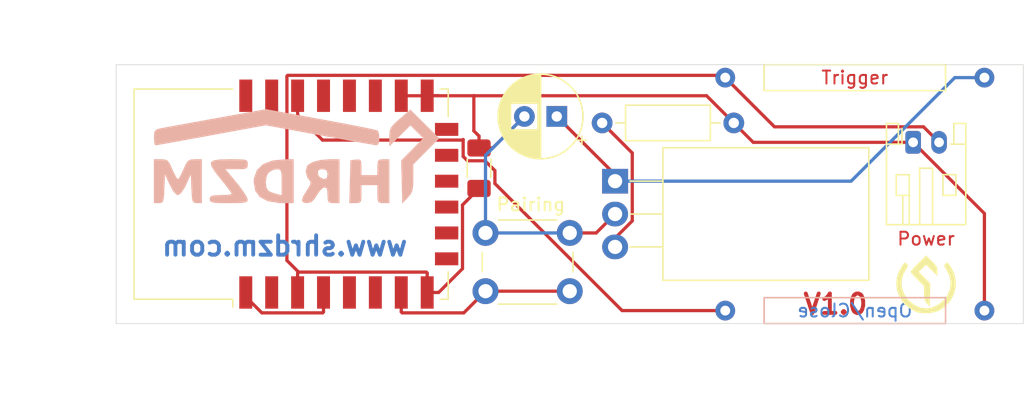
<source format=kicad_pcb>
(kicad_pcb (version 20171130) (host pcbnew "(5.1.9)-1")

  (general
    (thickness 1.6)
    (drawings 9)
    (tracks 69)
    (zones 0)
    (modules 11)
    (nets 22)
  )

  (page A4)
  (layers
    (0 F.Cu signal)
    (31 B.Cu signal)
    (32 B.Adhes user)
    (33 F.Adhes user)
    (34 B.Paste user)
    (35 F.Paste user)
    (36 B.SilkS user)
    (37 F.SilkS user)
    (38 B.Mask user)
    (39 F.Mask user)
    (40 Dwgs.User user)
    (41 Cmts.User user)
    (42 Eco1.User user)
    (43 Eco2.User user)
    (44 Edge.Cuts user)
    (45 Margin user)
    (46 B.CrtYd user)
    (47 F.CrtYd user)
    (48 B.Fab user)
    (49 F.Fab user)
  )

  (setup
    (last_trace_width 0.25)
    (trace_clearance 0.2)
    (zone_clearance 0.508)
    (zone_45_only no)
    (trace_min 0.2)
    (via_size 0.8)
    (via_drill 0.4)
    (via_min_size 0.4)
    (via_min_drill 0.3)
    (uvia_size 0.3)
    (uvia_drill 0.1)
    (uvias_allowed no)
    (uvia_min_size 0.2)
    (uvia_min_drill 0.1)
    (edge_width 0.05)
    (segment_width 0.2)
    (pcb_text_width 0.3)
    (pcb_text_size 1.5 1.5)
    (mod_edge_width 0.12)
    (mod_text_size 1 1)
    (mod_text_width 0.15)
    (pad_size 1.524 1.524)
    (pad_drill 0.762)
    (pad_to_mask_clearance 0)
    (aux_axis_origin 0 0)
    (visible_elements 7FFFF7FF)
    (pcbplotparams
      (layerselection 0x010fc_ffffffff)
      (usegerberextensions false)
      (usegerberattributes true)
      (usegerberadvancedattributes true)
      (creategerberjobfile true)
      (excludeedgelayer true)
      (linewidth 0.100000)
      (plotframeref false)
      (viasonmask false)
      (mode 1)
      (useauxorigin false)
      (hpglpennumber 1)
      (hpglpenspeed 20)
      (hpglpendiameter 15.000000)
      (psnegative false)
      (psa4output false)
      (plotreference true)
      (plotvalue true)
      (plotinvisibletext false)
      (padsonsilk false)
      (subtractmaskfromsilk false)
      (outputformat 1)
      (mirror false)
      (drillshape 0)
      (scaleselection 1)
      (outputdirectory "Gerber/"))
  )

  (net 0 "")
  (net 1 GND)
  (net 2 +3V3)
  (net 3 "Net-(C1-Pad1)")
  (net 4 "Net-(Q1-Pad3)")
  (net 5 "Net-(SW2-Pad1)")
  (net 6 "Net-(SW3-Pad1)")
  (net 7 "Net-(U1-Pad1)")
  (net 8 "Net-(U1-Pad2)")
  (net 9 "Net-(U1-Pad5)")
  (net 10 "Net-(U1-Pad6)")
  (net 11 "Net-(U1-Pad9)")
  (net 12 "Net-(U1-Pad10)")
  (net 13 "Net-(U1-Pad11)")
  (net 14 "Net-(U1-Pad12)")
  (net 15 "Net-(U1-Pad13)")
  (net 16 "Net-(U1-Pad14)")
  (net 17 "Net-(U1-Pad17)")
  (net 18 "Net-(U1-Pad18)")
  (net 19 "Net-(U1-Pad19)")
  (net 20 "Net-(U1-Pad21)")
  (net 21 "Net-(U1-Pad22)")

  (net_class Default "This is the default net class."
    (clearance 0.2)
    (trace_width 0.25)
    (via_dia 0.8)
    (via_drill 0.4)
    (uvia_dia 0.3)
    (uvia_drill 0.1)
    (add_net +3V3)
    (add_net GND)
    (add_net "Net-(C1-Pad1)")
    (add_net "Net-(Q1-Pad3)")
    (add_net "Net-(SW2-Pad1)")
    (add_net "Net-(SW3-Pad1)")
    (add_net "Net-(U1-Pad1)")
    (add_net "Net-(U1-Pad10)")
    (add_net "Net-(U1-Pad11)")
    (add_net "Net-(U1-Pad12)")
    (add_net "Net-(U1-Pad13)")
    (add_net "Net-(U1-Pad14)")
    (add_net "Net-(U1-Pad17)")
    (add_net "Net-(U1-Pad18)")
    (add_net "Net-(U1-Pad19)")
    (add_net "Net-(U1-Pad2)")
    (add_net "Net-(U1-Pad21)")
    (add_net "Net-(U1-Pad22)")
    (add_net "Net-(U1-Pad5)")
    (add_net "Net-(U1-Pad6)")
    (add_net "Net-(U1-Pad9)")
  )

  (module "SHRDZM:SHRDZM Symbol 5x5" (layer F.Cu) (tedit 0) (tstamp 6053F220)
    (at 131.5 70)
    (fp_text reference G*** (at 0 0) (layer F.SilkS) hide
      (effects (font (size 1.524 1.524) (thickness 0.3)))
    )
    (fp_text value LOGO (at 0.75 0) (layer F.SilkS) hide
      (effects (font (size 1.524 1.524) (thickness 0.3)))
    )
    (fp_poly (pts (xy -1.506686 -1.625883) (xy -1.503334 -1.622852) (xy -1.398724 -1.505223) (xy -1.412956 -1.400282)
      (xy -1.469728 -1.316374) (xy -1.75387 -0.815712) (xy -1.886962 -0.30033) (xy -1.870112 0.211618)
      (xy -1.704429 0.701978) (xy -1.391021 1.152595) (xy -1.314082 1.233002) (xy -0.864498 1.5863)
      (xy -0.389162 1.785985) (xy 0.097619 1.832058) (xy 0.581538 1.724518) (xy 1.048286 1.463366)
      (xy 1.314081 1.233002) (xy 1.655709 0.792086) (xy 1.849824 0.307945) (xy 1.895319 -0.201268)
      (xy 1.791085 -0.717399) (xy 1.536013 -1.222293) (xy 1.469727 -1.316374) (xy 1.392661 -1.44994)
      (xy 1.429417 -1.550408) (xy 1.503333 -1.622852) (xy 1.595643 -1.694892) (xy 1.669653 -1.693628)
      (xy 1.758787 -1.598696) (xy 1.896469 -1.389728) (xy 1.903109 -1.379261) (xy 2.154504 -0.894106)
      (xy 2.275576 -0.412973) (xy 2.281585 0.121397) (xy 2.159228 0.698) (xy 1.896881 1.216996)
      (xy 1.509151 1.656847) (xy 1.010647 1.996013) (xy 1.009923 1.996385) (xy 0.657971 2.119791)
      (xy 0.226438 2.189529) (xy -0.218985 2.201228) (xy -0.612607 2.150515) (xy -0.738348 2.112708)
      (xy -1.277564 1.834626) (xy -1.717995 1.449179) (xy -2.044617 0.977102) (xy -2.242407 0.439127)
      (xy -2.297949 -0.039688) (xy -2.260217 -0.53047) (xy -2.125067 -0.969971) (xy -1.902146 -1.380781)
      (xy -1.762284 -1.59393) (xy -1.672115 -1.692258) (xy -1.598096 -1.696122) (xy -1.506686 -1.625883)) (layer F.SilkS) (width 0.01))
    (fp_poly (pts (xy 0.436196 -1.825987) (xy 0.66022 -1.596669) (xy 0.791224 -1.429677) (xy 0.853769 -1.280676)
      (xy 0.872417 -1.105331) (xy 0.873125 -1.037298) (xy 0.873125 -0.680111) (xy 0.43736 -1.110462)
      (xy 0.001596 -1.540814) (xy -0.278011 -1.269809) (xy -0.557617 -0.998804) (xy 0.322975 -0.108926)
      (xy 0.300394 0.784464) (xy 0.277812 1.677854) (xy 0.059531 1.44974) (xy -0.057965 1.309741)
      (xy -0.123848 1.16476) (xy -0.15261 0.9629) (xy -0.15875 0.668051) (xy -0.15875 0.114476)
      (xy -0.674688 -0.396875) (xy -0.902046 -0.630826) (xy -1.078259 -0.828545) (xy -1.177694 -0.960471)
      (xy -1.190625 -0.991882) (xy -1.137382 -1.079261) (xy -0.993484 -1.249778) (xy -0.782674 -1.476507)
      (xy -0.595679 -1.666512) (xy -0.000732 -2.257487) (xy 0.436196 -1.825987)) (layer F.SilkS) (width 0.01))
  )

  (module "SHRDZM:SHRDZM 22x7" (layer B.Cu) (tedit 0) (tstamp 6053EF90)
    (at 83 60 180)
    (fp_text reference G*** (at 0 0) (layer B.SilkS) hide
      (effects (font (size 1.524 1.524) (thickness 0.3)) (justify mirror))
    )
    (fp_text value LOGO (at 0.75 0) (layer B.SilkS) hide
      (effects (font (size 1.524 1.524) (thickness 0.3)) (justify mirror))
    )
    (fp_poly (pts (xy -7.889393 2.826854) (xy -7.459882 2.439798) (xy -7.217448 2.152798) (xy -7.109048 1.873213)
      (xy -7.081642 1.508401) (xy -7.081212 1.415339) (xy -7.081212 0.703245) (xy -7.893288 1.505234)
      (xy -8.705365 2.307223) (xy -9.201025 1.811562) (xy -9.696686 1.315902) (xy -8.84527 0.455508)
      (xy -7.993854 -0.404885) (xy -8.037836 -2.060399) (xy -8.081818 -3.715914) (xy -8.505151 -3.273473)
      (xy -8.733883 -3.000547) (xy -8.861695 -2.717593) (xy -8.917059 -2.323211) (xy -8.928484 -1.765742)
      (xy -8.928484 -0.700453) (xy -10.929686 1.316201) (xy -9.813631 2.421238) (xy -8.697575 3.526275)
      (xy -7.889393 2.826854)) (layer B.SilkS) (width 0.01))
    (fp_poly (pts (xy -6.323272 -0.332194) (xy -6.191634 -0.463962) (xy -6.158304 -0.791414) (xy -6.157575 -0.923636)
      (xy -6.157575 -1.539394) (xy -4.92606 -1.539394) (xy -4.92606 -0.913411) (xy -4.90997 -0.516795)
      (xy -4.822498 -0.347616) (xy -4.604841 -0.325687) (xy -4.502727 -0.336138) (xy -4.079393 -0.384848)
      (xy -4.035701 -2.039697) (xy -3.992008 -3.694545) (xy -4.459034 -3.694545) (xy -4.746185 -3.674901)
      (xy -4.882186 -3.560245) (xy -4.923389 -3.266991) (xy -4.92606 -3.001818) (xy -4.92606 -2.30909)
      (xy -6.157575 -2.30909) (xy -6.157575 -3.001818) (xy -6.170963 -3.427786) (xy -6.248259 -3.629539)
      (xy -6.445168 -3.690629) (xy -6.619393 -3.694545) (xy -7.081212 -3.694545) (xy -7.081212 -0.307878)
      (xy -6.619393 -0.307878) (xy -6.323272 -0.332194)) (layer B.SilkS) (width 0.01))
    (fp_poly (pts (xy -1.761891 -0.364157) (xy -1.176456 -0.517601) (xy -0.795358 -0.745123) (xy -0.736702 -0.817812)
      (xy -0.622926 -1.255003) (xy -0.751502 -1.713021) (xy -0.860068 -1.862081) (xy -0.99411 -2.05174)
      (xy -0.986149 -2.247786) (xy -0.818135 -2.550589) (xy -0.706128 -2.718119) (xy -0.410165 -3.208523)
      (xy -0.330986 -3.512364) (xy -0.469438 -3.662528) (xy -0.731212 -3.694129) (xy -1.056406 -3.624237)
      (xy -1.314776 -3.367405) (xy -1.462424 -3.118673) (xy -1.71518 -2.746889) (xy -1.971816 -2.518078)
      (xy -2.039696 -2.492044) (xy -2.214385 -2.513209) (xy -2.293196 -2.712421) (xy -2.30909 -3.0675)
      (xy -2.326485 -3.466995) (xy -2.421636 -3.64641) (xy -2.658995 -3.693258) (xy -2.770909 -3.694545)
      (xy -3.232727 -3.694545) (xy -3.232727 -1.47313) (xy -2.30909 -1.47313) (xy -2.258836 -1.761451)
      (xy -2.055968 -1.82919) (xy -1.962727 -1.819494) (xy -1.651515 -1.644194) (xy -1.567172 -1.423939)
      (xy -1.58782 -1.165224) (xy -1.807492 -1.080681) (xy -1.913535 -1.077575) (xy -2.211204 -1.136573)
      (xy -2.306171 -1.375294) (xy -2.30909 -1.47313) (xy -3.232727 -1.47313) (xy -3.232727 -0.307878)
      (xy -2.473051 -0.307878) (xy -1.761891 -0.364157)) (layer B.SilkS) (width 0.01))
    (fp_poly (pts (xy 0.962122 -0.308737) (xy 1.928012 -0.402391) (xy 2.653662 -0.67821) (xy 3.134329 -1.132748)
      (xy 3.365267 -1.76256) (xy 3.386667 -2.069914) (xy 3.266339 -2.744473) (xy 2.90305 -3.237267)
      (xy 2.293344 -3.550801) (xy 1.433765 -3.68758) (xy 1.144525 -3.694545) (xy 0.307879 -3.694545)
      (xy 0.307879 -2.081114) (xy 1.231516 -2.081114) (xy 1.231516 -3.084653) (xy 1.654849 -2.983524)
      (xy 2.038885 -2.855649) (xy 2.270607 -2.730833) (xy 2.421578 -2.446134) (xy 2.454349 -2.018098)
      (xy 2.37379 -1.585602) (xy 2.221126 -1.31948) (xy 1.87761 -1.126027) (xy 1.605368 -1.077575)
      (xy 1.404546 -1.09646) (xy 1.292558 -1.199363) (xy 1.243559 -1.455657) (xy 1.231705 -1.934715)
      (xy 1.231516 -2.081114) (xy 0.307879 -2.081114) (xy 0.307879 -0.307878) (xy 0.962122 -0.308737)) (layer B.SilkS) (width 0.01))
    (fp_poly (pts (xy 6.008444 -0.324563) (xy 6.489165 -0.397713) (xy 6.697007 -0.561976) (xy 6.648045 -0.851995)
      (xy 6.358353 -1.302417) (xy 5.943455 -1.826753) (xy 5.558275 -2.307948) (xy 5.261632 -2.698313)
      (xy 5.0982 -2.938158) (xy 5.08 -2.980469) (xy 5.219249 -3.034323) (xy 5.578439 -3.070034)
      (xy 5.926667 -3.078787) (xy 6.415954 -3.092151) (xy 6.670845 -3.149929) (xy 6.764304 -3.278654)
      (xy 6.773334 -3.386666) (xy 6.751251 -3.529762) (xy 6.646928 -3.620073) (xy 6.403254 -3.669624)
      (xy 5.96312 -3.690438) (xy 5.31091 -3.694545) (xy 4.627332 -3.688681) (xy 4.195493 -3.66408)
      (xy 3.959361 -3.610229) (xy 3.862904 -3.516613) (xy 3.848485 -3.420136) (xy 3.942489 -3.182397)
      (xy 4.193196 -2.785351) (xy 4.553648 -2.300582) (xy 4.706811 -2.111651) (xy 5.565136 -1.077575)
      (xy 4.706811 -1.077575) (xy 4.217751 -1.0679) (xy 3.961604 -1.016496) (xy 3.863511 -0.889801)
      (xy 3.848485 -0.692727) (xy 3.859459 -0.510799) (xy 3.93181 -0.397724) (xy 4.12468 -0.33713)
      (xy 4.497215 -0.312646) (xy 5.108556 -0.3079) (xy 5.238771 -0.307878) (xy 6.008444 -0.324563)) (layer B.SilkS) (width 0.01))
    (fp_poly (pts (xy 8.26362 -0.330757) (xy 8.475033 -0.447322) (xy 8.651647 -0.729463) (xy 8.803601 -1.077575)
      (xy 8.999928 -1.504146) (xy 9.165105 -1.783649) (xy 9.236364 -1.847272) (xy 9.352911 -1.717378)
      (xy 9.532806 -1.383147) (xy 9.669127 -1.077575) (xy 9.871071 -0.630791) (xy 10.049204 -0.401604)
      (xy 10.284523 -0.318124) (xy 10.536318 -0.307878) (xy 11.083637 -0.307878) (xy 11.083637 -3.694545)
      (xy 10.705532 -3.694545) (xy 10.509824 -3.676699) (xy 10.392873 -3.579298) (xy 10.329724 -3.336552)
      (xy 10.295422 -2.882668) (xy 10.282199 -2.578484) (xy 10.23697 -1.462424) (xy 9.87165 -2.270606)
      (xy 9.578486 -2.808425) (xy 9.317423 -3.060581) (xy 9.236364 -3.078787) (xy 8.988976 -2.928941)
      (xy 8.705713 -2.48863) (xy 8.601078 -2.270606) (xy 8.235758 -1.462424) (xy 8.190529 -2.578484)
      (xy 8.161159 -3.154028) (xy 8.114644 -3.487584) (xy 8.026028 -3.644945) (xy 7.870356 -3.691902)
      (xy 7.767196 -3.694545) (xy 7.389091 -3.694545) (xy 7.389091 -0.307878) (xy 7.93641 -0.307878)
      (xy 8.26362 -0.330757)) (layer B.SilkS) (width 0.01))
    (fp_poly (pts (xy 6.33845 2.855293) (xy 7.417916 2.659623) (xy 8.416121 2.477961) (xy 9.287089 2.318731)
      (xy 9.98484 2.19036) (xy 10.463396 2.101271) (xy 10.660304 2.063377) (xy 10.937411 1.968731)
      (xy 11.057669 1.770842) (xy 11.083637 1.373224) (xy 11.061472 0.992029) (xy 11.006232 0.783193)
      (xy 10.98564 0.769697) (xy 10.81443 0.79655) (xy 10.380107 0.87235) (xy 9.722286 0.989964)
      (xy 8.880581 1.142255) (xy 7.894607 1.322089) (xy 6.803979 1.522331) (xy 6.675337 1.546032)
      (xy 2.463031 2.322366) (xy -1.749276 1.546032) (xy -2.854042 1.343541) (xy -3.863046 1.160741)
      (xy -4.735726 1.004807) (xy -5.431519 0.882919) (xy -5.909864 0.802252) (xy -6.130199 0.769986)
      (xy -6.136549 0.769697) (xy -6.253464 0.905031) (xy -6.310375 1.238488) (xy -6.311515 1.2994)
      (xy -6.273638 1.680671) (xy -6.181152 1.907521) (xy -6.168231 1.917657) (xy -5.98478 1.967536)
      (xy -5.538462 2.064115) (xy -4.8694 2.199457) (xy -4.017718 2.365623) (xy -3.02354 2.554673)
      (xy -1.92699 2.758671) (xy -1.792509 2.783396) (xy 2.43993 3.56058) (xy 6.33845 2.855293)) (layer B.SilkS) (width 0.01))
  )

  (module RF_Module:ESP-12E (layer F.Cu) (tedit 5A030172) (tstamp 6053D26D)
    (at 82.5 63 90)
    (descr "Wi-Fi Module, http://wiki.ai-thinker.com/_media/esp8266/docs/aithinker_esp_12f_datasheet_en.pdf")
    (tags "Wi-Fi Module")
    (path /606216D0)
    (attr smd)
    (fp_text reference U1 (at -2 -1.5 90) (layer F.SilkS) hide
      (effects (font (size 1 1) (thickness 0.15)))
    )
    (fp_text value ESP-12F (at -0.06 -12.78 90) (layer F.Fab)
      (effects (font (size 1 1) (thickness 0.15)))
    )
    (fp_line (start 5.56 -4.8) (end 8.12 -7.36) (layer Dwgs.User) (width 0.12))
    (fp_line (start 2.56 -4.8) (end 8.12 -10.36) (layer Dwgs.User) (width 0.12))
    (fp_line (start -0.44 -4.8) (end 6.88 -12.12) (layer Dwgs.User) (width 0.12))
    (fp_line (start -3.44 -4.8) (end 3.88 -12.12) (layer Dwgs.User) (width 0.12))
    (fp_line (start -6.44 -4.8) (end 0.88 -12.12) (layer Dwgs.User) (width 0.12))
    (fp_line (start -8.12 -6.12) (end -2.12 -12.12) (layer Dwgs.User) (width 0.12))
    (fp_line (start -8.12 -9.12) (end -5.12 -12.12) (layer Dwgs.User) (width 0.12))
    (fp_line (start -8.12 -4.8) (end -8.12 -12.12) (layer Dwgs.User) (width 0.12))
    (fp_line (start 8.12 -4.8) (end -8.12 -4.8) (layer Dwgs.User) (width 0.12))
    (fp_line (start 8.12 -12.12) (end 8.12 -4.8) (layer Dwgs.User) (width 0.12))
    (fp_line (start -8.12 -12.12) (end 8.12 -12.12) (layer Dwgs.User) (width 0.12))
    (fp_line (start -8.12 -4.5) (end -8.73 -4.5) (layer F.SilkS) (width 0.12))
    (fp_line (start -8.12 -4.5) (end -8.12 -12.12) (layer F.SilkS) (width 0.12))
    (fp_line (start -8.12 12.12) (end -8.12 11.5) (layer F.SilkS) (width 0.12))
    (fp_line (start -6 12.12) (end -8.12 12.12) (layer F.SilkS) (width 0.12))
    (fp_line (start 8.12 12.12) (end 6 12.12) (layer F.SilkS) (width 0.12))
    (fp_line (start 8.12 11.5) (end 8.12 12.12) (layer F.SilkS) (width 0.12))
    (fp_line (start 8.12 -12.12) (end 8.12 -4.5) (layer F.SilkS) (width 0.12))
    (fp_line (start -8.12 -12.12) (end 8.12 -12.12) (layer F.SilkS) (width 0.12))
    (fp_line (start -9.05 13.1) (end -9.05 -12.2) (layer F.CrtYd) (width 0.05))
    (fp_line (start 9.05 13.1) (end -9.05 13.1) (layer F.CrtYd) (width 0.05))
    (fp_line (start 9.05 -12.2) (end 9.05 13.1) (layer F.CrtYd) (width 0.05))
    (fp_line (start -9.05 -12.2) (end 9.05 -12.2) (layer F.CrtYd) (width 0.05))
    (fp_line (start -8 -4) (end -8 -12) (layer F.Fab) (width 0.12))
    (fp_line (start -7.5 -3.5) (end -8 -4) (layer F.Fab) (width 0.12))
    (fp_line (start -8 -3) (end -7.5 -3.5) (layer F.Fab) (width 0.12))
    (fp_line (start -8 12) (end -8 -3) (layer F.Fab) (width 0.12))
    (fp_line (start 8 12) (end -8 12) (layer F.Fab) (width 0.12))
    (fp_line (start 8 -12) (end 8 12) (layer F.Fab) (width 0.12))
    (fp_line (start -8 -12) (end 8 -12) (layer F.Fab) (width 0.12))
    (fp_text user Antenna (at -0.06 -7 270) (layer Cmts.User)
      (effects (font (size 1 1) (thickness 0.15)))
    )
    (fp_text user "KEEP-OUT ZONE" (at 0.03 -9.55 270) (layer Cmts.User)
      (effects (font (size 1 1) (thickness 0.15)))
    )
    (fp_text user %R (at 0.49 -0.8 90) (layer F.Fab)
      (effects (font (size 1 1) (thickness 0.15)))
    )
    (pad 1 smd rect (at -7.6 -3.5 90) (size 2.5 1) (layers F.Cu F.Paste F.Mask)
      (net 7 "Net-(U1-Pad1)"))
    (pad 2 smd rect (at -7.6 -1.5 90) (size 2.5 1) (layers F.Cu F.Paste F.Mask)
      (net 8 "Net-(U1-Pad2)"))
    (pad 3 smd rect (at -7.6 0.5 90) (size 2.5 1) (layers F.Cu F.Paste F.Mask)
      (net 2 +3V3))
    (pad 4 smd rect (at -7.6 2.5 90) (size 2.5 1) (layers F.Cu F.Paste F.Mask)
      (net 7 "Net-(U1-Pad1)"))
    (pad 5 smd rect (at -7.6 4.5 90) (size 2.5 1) (layers F.Cu F.Paste F.Mask)
      (net 9 "Net-(U1-Pad5)"))
    (pad 6 smd rect (at -7.6 6.5 90) (size 2.5 1) (layers F.Cu F.Paste F.Mask)
      (net 10 "Net-(U1-Pad6)"))
    (pad 7 smd rect (at -7.6 8.5 90) (size 2.5 1) (layers F.Cu F.Paste F.Mask)
      (net 5 "Net-(SW2-Pad1)"))
    (pad 8 smd rect (at -7.6 10.5 90) (size 2.5 1) (layers F.Cu F.Paste F.Mask)
      (net 2 +3V3))
    (pad 9 smd rect (at -5 12 90) (size 1 1.8) (layers F.Cu F.Paste F.Mask)
      (net 11 "Net-(U1-Pad9)"))
    (pad 10 smd rect (at -3 12 90) (size 1 1.8) (layers F.Cu F.Paste F.Mask)
      (net 12 "Net-(U1-Pad10)"))
    (pad 11 smd rect (at -1 12 90) (size 1 1.8) (layers F.Cu F.Paste F.Mask)
      (net 13 "Net-(U1-Pad11)"))
    (pad 12 smd rect (at 1 12 90) (size 1 1.8) (layers F.Cu F.Paste F.Mask)
      (net 14 "Net-(U1-Pad12)"))
    (pad 13 smd rect (at 3 12 90) (size 1 1.8) (layers F.Cu F.Paste F.Mask)
      (net 15 "Net-(U1-Pad13)"))
    (pad 14 smd rect (at 5 12 90) (size 1 1.8) (layers F.Cu F.Paste F.Mask)
      (net 16 "Net-(U1-Pad14)"))
    (pad 15 smd rect (at 7.6 10.5 90) (size 2.5 1) (layers F.Cu F.Paste F.Mask)
      (net 1 GND))
    (pad 16 smd rect (at 7.6 8.5 90) (size 2.5 1) (layers F.Cu F.Paste F.Mask)
      (net 1 GND))
    (pad 17 smd rect (at 7.6 6.5 90) (size 2.5 1) (layers F.Cu F.Paste F.Mask)
      (net 17 "Net-(U1-Pad17)"))
    (pad 18 smd rect (at 7.6 4.5 90) (size 2.5 1) (layers F.Cu F.Paste F.Mask)
      (net 18 "Net-(U1-Pad18)"))
    (pad 19 smd rect (at 7.6 2.5 90) (size 2.5 1) (layers F.Cu F.Paste F.Mask)
      (net 19 "Net-(U1-Pad19)"))
    (pad 20 smd rect (at 7.6 0.5 90) (size 2.5 1) (layers F.Cu F.Paste F.Mask)
      (net 6 "Net-(SW3-Pad1)"))
    (pad 21 smd rect (at 7.6 -1.5 90) (size 2.5 1) (layers F.Cu F.Paste F.Mask)
      (net 20 "Net-(U1-Pad21)"))
    (pad 22 smd rect (at 7.6 -3.5 90) (size 2.5 1) (layers F.Cu F.Paste F.Mask)
      (net 21 "Net-(U1-Pad22)"))
    (model ${KISYS3DMOD}/RF_Module.3dshapes/ESP-12E.wrl
      (at (xyz 0 0 0))
      (scale (xyz 1 1 1))
      (rotate (xyz 0 0 0))
    )
  )

  (module Capacitor_THT:CP_Radial_D6.3mm_P2.50mm (layer F.Cu) (tedit 5AE50EF0) (tstamp 6053D170)
    (at 103 57 180)
    (descr "CP, Radial series, Radial, pin pitch=2.50mm, , diameter=6.3mm, Electrolytic Capacitor")
    (tags "CP Radial series Radial pin pitch 2.50mm  diameter 6.3mm Electrolytic Capacitor")
    (path /605B0492)
    (fp_text reference C1 (at 1.25 -4.4) (layer F.SilkS) hide
      (effects (font (size 1 1) (thickness 0.15)))
    )
    (fp_text value CP (at 1.25 2.5) (layer F.Fab)
      (effects (font (size 1 1) (thickness 0.15)))
    )
    (fp_line (start -1.935241 -2.154) (end -1.935241 -1.524) (layer F.SilkS) (width 0.12))
    (fp_line (start -2.250241 -1.839) (end -1.620241 -1.839) (layer F.SilkS) (width 0.12))
    (fp_line (start 4.491 -0.402) (end 4.491 0.402) (layer F.SilkS) (width 0.12))
    (fp_line (start 4.451 -0.633) (end 4.451 0.633) (layer F.SilkS) (width 0.12))
    (fp_line (start 4.411 -0.802) (end 4.411 0.802) (layer F.SilkS) (width 0.12))
    (fp_line (start 4.371 -0.94) (end 4.371 0.94) (layer F.SilkS) (width 0.12))
    (fp_line (start 4.331 -1.059) (end 4.331 1.059) (layer F.SilkS) (width 0.12))
    (fp_line (start 4.291 -1.165) (end 4.291 1.165) (layer F.SilkS) (width 0.12))
    (fp_line (start 4.251 -1.262) (end 4.251 1.262) (layer F.SilkS) (width 0.12))
    (fp_line (start 4.211 -1.35) (end 4.211 1.35) (layer F.SilkS) (width 0.12))
    (fp_line (start 4.171 -1.432) (end 4.171 1.432) (layer F.SilkS) (width 0.12))
    (fp_line (start 4.131 -1.509) (end 4.131 1.509) (layer F.SilkS) (width 0.12))
    (fp_line (start 4.091 -1.581) (end 4.091 1.581) (layer F.SilkS) (width 0.12))
    (fp_line (start 4.051 -1.65) (end 4.051 1.65) (layer F.SilkS) (width 0.12))
    (fp_line (start 4.011 -1.714) (end 4.011 1.714) (layer F.SilkS) (width 0.12))
    (fp_line (start 3.971 -1.776) (end 3.971 1.776) (layer F.SilkS) (width 0.12))
    (fp_line (start 3.931 -1.834) (end 3.931 1.834) (layer F.SilkS) (width 0.12))
    (fp_line (start 3.891 -1.89) (end 3.891 1.89) (layer F.SilkS) (width 0.12))
    (fp_line (start 3.851 -1.944) (end 3.851 1.944) (layer F.SilkS) (width 0.12))
    (fp_line (start 3.811 -1.995) (end 3.811 1.995) (layer F.SilkS) (width 0.12))
    (fp_line (start 3.771 -2.044) (end 3.771 2.044) (layer F.SilkS) (width 0.12))
    (fp_line (start 3.731 -2.092) (end 3.731 2.092) (layer F.SilkS) (width 0.12))
    (fp_line (start 3.691 -2.137) (end 3.691 2.137) (layer F.SilkS) (width 0.12))
    (fp_line (start 3.651 -2.182) (end 3.651 2.182) (layer F.SilkS) (width 0.12))
    (fp_line (start 3.611 -2.224) (end 3.611 2.224) (layer F.SilkS) (width 0.12))
    (fp_line (start 3.571 -2.265) (end 3.571 2.265) (layer F.SilkS) (width 0.12))
    (fp_line (start 3.531 1.04) (end 3.531 2.305) (layer F.SilkS) (width 0.12))
    (fp_line (start 3.531 -2.305) (end 3.531 -1.04) (layer F.SilkS) (width 0.12))
    (fp_line (start 3.491 1.04) (end 3.491 2.343) (layer F.SilkS) (width 0.12))
    (fp_line (start 3.491 -2.343) (end 3.491 -1.04) (layer F.SilkS) (width 0.12))
    (fp_line (start 3.451 1.04) (end 3.451 2.38) (layer F.SilkS) (width 0.12))
    (fp_line (start 3.451 -2.38) (end 3.451 -1.04) (layer F.SilkS) (width 0.12))
    (fp_line (start 3.411 1.04) (end 3.411 2.416) (layer F.SilkS) (width 0.12))
    (fp_line (start 3.411 -2.416) (end 3.411 -1.04) (layer F.SilkS) (width 0.12))
    (fp_line (start 3.371 1.04) (end 3.371 2.45) (layer F.SilkS) (width 0.12))
    (fp_line (start 3.371 -2.45) (end 3.371 -1.04) (layer F.SilkS) (width 0.12))
    (fp_line (start 3.331 1.04) (end 3.331 2.484) (layer F.SilkS) (width 0.12))
    (fp_line (start 3.331 -2.484) (end 3.331 -1.04) (layer F.SilkS) (width 0.12))
    (fp_line (start 3.291 1.04) (end 3.291 2.516) (layer F.SilkS) (width 0.12))
    (fp_line (start 3.291 -2.516) (end 3.291 -1.04) (layer F.SilkS) (width 0.12))
    (fp_line (start 3.251 1.04) (end 3.251 2.548) (layer F.SilkS) (width 0.12))
    (fp_line (start 3.251 -2.548) (end 3.251 -1.04) (layer F.SilkS) (width 0.12))
    (fp_line (start 3.211 1.04) (end 3.211 2.578) (layer F.SilkS) (width 0.12))
    (fp_line (start 3.211 -2.578) (end 3.211 -1.04) (layer F.SilkS) (width 0.12))
    (fp_line (start 3.171 1.04) (end 3.171 2.607) (layer F.SilkS) (width 0.12))
    (fp_line (start 3.171 -2.607) (end 3.171 -1.04) (layer F.SilkS) (width 0.12))
    (fp_line (start 3.131 1.04) (end 3.131 2.636) (layer F.SilkS) (width 0.12))
    (fp_line (start 3.131 -2.636) (end 3.131 -1.04) (layer F.SilkS) (width 0.12))
    (fp_line (start 3.091 1.04) (end 3.091 2.664) (layer F.SilkS) (width 0.12))
    (fp_line (start 3.091 -2.664) (end 3.091 -1.04) (layer F.SilkS) (width 0.12))
    (fp_line (start 3.051 1.04) (end 3.051 2.69) (layer F.SilkS) (width 0.12))
    (fp_line (start 3.051 -2.69) (end 3.051 -1.04) (layer F.SilkS) (width 0.12))
    (fp_line (start 3.011 1.04) (end 3.011 2.716) (layer F.SilkS) (width 0.12))
    (fp_line (start 3.011 -2.716) (end 3.011 -1.04) (layer F.SilkS) (width 0.12))
    (fp_line (start 2.971 1.04) (end 2.971 2.742) (layer F.SilkS) (width 0.12))
    (fp_line (start 2.971 -2.742) (end 2.971 -1.04) (layer F.SilkS) (width 0.12))
    (fp_line (start 2.931 1.04) (end 2.931 2.766) (layer F.SilkS) (width 0.12))
    (fp_line (start 2.931 -2.766) (end 2.931 -1.04) (layer F.SilkS) (width 0.12))
    (fp_line (start 2.891 1.04) (end 2.891 2.79) (layer F.SilkS) (width 0.12))
    (fp_line (start 2.891 -2.79) (end 2.891 -1.04) (layer F.SilkS) (width 0.12))
    (fp_line (start 2.851 1.04) (end 2.851 2.812) (layer F.SilkS) (width 0.12))
    (fp_line (start 2.851 -2.812) (end 2.851 -1.04) (layer F.SilkS) (width 0.12))
    (fp_line (start 2.811 1.04) (end 2.811 2.834) (layer F.SilkS) (width 0.12))
    (fp_line (start 2.811 -2.834) (end 2.811 -1.04) (layer F.SilkS) (width 0.12))
    (fp_line (start 2.771 1.04) (end 2.771 2.856) (layer F.SilkS) (width 0.12))
    (fp_line (start 2.771 -2.856) (end 2.771 -1.04) (layer F.SilkS) (width 0.12))
    (fp_line (start 2.731 1.04) (end 2.731 2.876) (layer F.SilkS) (width 0.12))
    (fp_line (start 2.731 -2.876) (end 2.731 -1.04) (layer F.SilkS) (width 0.12))
    (fp_line (start 2.691 1.04) (end 2.691 2.896) (layer F.SilkS) (width 0.12))
    (fp_line (start 2.691 -2.896) (end 2.691 -1.04) (layer F.SilkS) (width 0.12))
    (fp_line (start 2.651 1.04) (end 2.651 2.916) (layer F.SilkS) (width 0.12))
    (fp_line (start 2.651 -2.916) (end 2.651 -1.04) (layer F.SilkS) (width 0.12))
    (fp_line (start 2.611 1.04) (end 2.611 2.934) (layer F.SilkS) (width 0.12))
    (fp_line (start 2.611 -2.934) (end 2.611 -1.04) (layer F.SilkS) (width 0.12))
    (fp_line (start 2.571 1.04) (end 2.571 2.952) (layer F.SilkS) (width 0.12))
    (fp_line (start 2.571 -2.952) (end 2.571 -1.04) (layer F.SilkS) (width 0.12))
    (fp_line (start 2.531 1.04) (end 2.531 2.97) (layer F.SilkS) (width 0.12))
    (fp_line (start 2.531 -2.97) (end 2.531 -1.04) (layer F.SilkS) (width 0.12))
    (fp_line (start 2.491 1.04) (end 2.491 2.986) (layer F.SilkS) (width 0.12))
    (fp_line (start 2.491 -2.986) (end 2.491 -1.04) (layer F.SilkS) (width 0.12))
    (fp_line (start 2.451 1.04) (end 2.451 3.002) (layer F.SilkS) (width 0.12))
    (fp_line (start 2.451 -3.002) (end 2.451 -1.04) (layer F.SilkS) (width 0.12))
    (fp_line (start 2.411 1.04) (end 2.411 3.018) (layer F.SilkS) (width 0.12))
    (fp_line (start 2.411 -3.018) (end 2.411 -1.04) (layer F.SilkS) (width 0.12))
    (fp_line (start 2.371 1.04) (end 2.371 3.033) (layer F.SilkS) (width 0.12))
    (fp_line (start 2.371 -3.033) (end 2.371 -1.04) (layer F.SilkS) (width 0.12))
    (fp_line (start 2.331 1.04) (end 2.331 3.047) (layer F.SilkS) (width 0.12))
    (fp_line (start 2.331 -3.047) (end 2.331 -1.04) (layer F.SilkS) (width 0.12))
    (fp_line (start 2.291 1.04) (end 2.291 3.061) (layer F.SilkS) (width 0.12))
    (fp_line (start 2.291 -3.061) (end 2.291 -1.04) (layer F.SilkS) (width 0.12))
    (fp_line (start 2.251 1.04) (end 2.251 3.074) (layer F.SilkS) (width 0.12))
    (fp_line (start 2.251 -3.074) (end 2.251 -1.04) (layer F.SilkS) (width 0.12))
    (fp_line (start 2.211 1.04) (end 2.211 3.086) (layer F.SilkS) (width 0.12))
    (fp_line (start 2.211 -3.086) (end 2.211 -1.04) (layer F.SilkS) (width 0.12))
    (fp_line (start 2.171 1.04) (end 2.171 3.098) (layer F.SilkS) (width 0.12))
    (fp_line (start 2.171 -3.098) (end 2.171 -1.04) (layer F.SilkS) (width 0.12))
    (fp_line (start 2.131 1.04) (end 2.131 3.11) (layer F.SilkS) (width 0.12))
    (fp_line (start 2.131 -3.11) (end 2.131 -1.04) (layer F.SilkS) (width 0.12))
    (fp_line (start 2.091 1.04) (end 2.091 3.121) (layer F.SilkS) (width 0.12))
    (fp_line (start 2.091 -3.121) (end 2.091 -1.04) (layer F.SilkS) (width 0.12))
    (fp_line (start 2.051 1.04) (end 2.051 3.131) (layer F.SilkS) (width 0.12))
    (fp_line (start 2.051 -3.131) (end 2.051 -1.04) (layer F.SilkS) (width 0.12))
    (fp_line (start 2.011 1.04) (end 2.011 3.141) (layer F.SilkS) (width 0.12))
    (fp_line (start 2.011 -3.141) (end 2.011 -1.04) (layer F.SilkS) (width 0.12))
    (fp_line (start 1.971 1.04) (end 1.971 3.15) (layer F.SilkS) (width 0.12))
    (fp_line (start 1.971 -3.15) (end 1.971 -1.04) (layer F.SilkS) (width 0.12))
    (fp_line (start 1.93 1.04) (end 1.93 3.159) (layer F.SilkS) (width 0.12))
    (fp_line (start 1.93 -3.159) (end 1.93 -1.04) (layer F.SilkS) (width 0.12))
    (fp_line (start 1.89 1.04) (end 1.89 3.167) (layer F.SilkS) (width 0.12))
    (fp_line (start 1.89 -3.167) (end 1.89 -1.04) (layer F.SilkS) (width 0.12))
    (fp_line (start 1.85 1.04) (end 1.85 3.175) (layer F.SilkS) (width 0.12))
    (fp_line (start 1.85 -3.175) (end 1.85 -1.04) (layer F.SilkS) (width 0.12))
    (fp_line (start 1.81 1.04) (end 1.81 3.182) (layer F.SilkS) (width 0.12))
    (fp_line (start 1.81 -3.182) (end 1.81 -1.04) (layer F.SilkS) (width 0.12))
    (fp_line (start 1.77 1.04) (end 1.77 3.189) (layer F.SilkS) (width 0.12))
    (fp_line (start 1.77 -3.189) (end 1.77 -1.04) (layer F.SilkS) (width 0.12))
    (fp_line (start 1.73 1.04) (end 1.73 3.195) (layer F.SilkS) (width 0.12))
    (fp_line (start 1.73 -3.195) (end 1.73 -1.04) (layer F.SilkS) (width 0.12))
    (fp_line (start 1.69 1.04) (end 1.69 3.201) (layer F.SilkS) (width 0.12))
    (fp_line (start 1.69 -3.201) (end 1.69 -1.04) (layer F.SilkS) (width 0.12))
    (fp_line (start 1.65 1.04) (end 1.65 3.206) (layer F.SilkS) (width 0.12))
    (fp_line (start 1.65 -3.206) (end 1.65 -1.04) (layer F.SilkS) (width 0.12))
    (fp_line (start 1.61 1.04) (end 1.61 3.211) (layer F.SilkS) (width 0.12))
    (fp_line (start 1.61 -3.211) (end 1.61 -1.04) (layer F.SilkS) (width 0.12))
    (fp_line (start 1.57 1.04) (end 1.57 3.215) (layer F.SilkS) (width 0.12))
    (fp_line (start 1.57 -3.215) (end 1.57 -1.04) (layer F.SilkS) (width 0.12))
    (fp_line (start 1.53 1.04) (end 1.53 3.218) (layer F.SilkS) (width 0.12))
    (fp_line (start 1.53 -3.218) (end 1.53 -1.04) (layer F.SilkS) (width 0.12))
    (fp_line (start 1.49 1.04) (end 1.49 3.222) (layer F.SilkS) (width 0.12))
    (fp_line (start 1.49 -3.222) (end 1.49 -1.04) (layer F.SilkS) (width 0.12))
    (fp_line (start 1.45 -3.224) (end 1.45 3.224) (layer F.SilkS) (width 0.12))
    (fp_line (start 1.41 -3.227) (end 1.41 3.227) (layer F.SilkS) (width 0.12))
    (fp_line (start 1.37 -3.228) (end 1.37 3.228) (layer F.SilkS) (width 0.12))
    (fp_line (start 1.33 -3.23) (end 1.33 3.23) (layer F.SilkS) (width 0.12))
    (fp_line (start 1.29 -3.23) (end 1.29 3.23) (layer F.SilkS) (width 0.12))
    (fp_line (start 1.25 -3.23) (end 1.25 3.23) (layer F.SilkS) (width 0.12))
    (fp_line (start -1.128972 -1.6885) (end -1.128972 -1.0585) (layer F.Fab) (width 0.1))
    (fp_line (start -1.443972 -1.3735) (end -0.813972 -1.3735) (layer F.Fab) (width 0.1))
    (fp_circle (center 1.25 0) (end 4.65 0) (layer F.CrtYd) (width 0.05))
    (fp_circle (center 1.25 0) (end 4.52 0) (layer F.SilkS) (width 0.12))
    (fp_circle (center 1.25 0) (end 4.4 0) (layer F.Fab) (width 0.1))
    (fp_text user %R (at 1.25 0) (layer F.Fab)
      (effects (font (size 1 1) (thickness 0.15)))
    )
    (pad 1 thru_hole rect (at 0 0 180) (size 1.6 1.6) (drill 0.8) (layers *.Cu *.Mask)
      (net 3 "Net-(C1-Pad1)"))
    (pad 2 thru_hole circle (at 2.5 0 180) (size 1.6 1.6) (drill 0.8) (layers *.Cu *.Mask)
      (net 1 GND))
    (model ${KISYS3DMOD}/Capacitor_THT.3dshapes/CP_Radial_D6.3mm_P2.50mm.wrl
      (at (xyz 0 0 0))
      (scale (xyz 1 1 1))
      (rotate (xyz 0 0 0))
    )
  )

  (module Capacitor_SMD:C_1206_3216Metric_Pad1.33x1.80mm_HandSolder (layer F.Cu) (tedit 5F68FEEF) (tstamp 6053D181)
    (at 97 61 270)
    (descr "Capacitor SMD 1206 (3216 Metric), square (rectangular) end terminal, IPC_7351 nominal with elongated pad for handsoldering. (Body size source: IPC-SM-782 page 76, https://www.pcb-3d.com/wordpress/wp-content/uploads/ipc-sm-782a_amendment_1_and_2.pdf), generated with kicad-footprint-generator")
    (tags "capacitor handsolder")
    (path /606198F9)
    (attr smd)
    (fp_text reference C2 (at 0 -1.85 270) (layer F.SilkS) hide
      (effects (font (size 1 1) (thickness 0.15)))
    )
    (fp_text value C (at 0 1.85 270) (layer F.Fab)
      (effects (font (size 1 1) (thickness 0.15)))
    )
    (fp_line (start 2.48 1.15) (end -2.48 1.15) (layer F.CrtYd) (width 0.05))
    (fp_line (start 2.48 -1.15) (end 2.48 1.15) (layer F.CrtYd) (width 0.05))
    (fp_line (start -2.48 -1.15) (end 2.48 -1.15) (layer F.CrtYd) (width 0.05))
    (fp_line (start -2.48 1.15) (end -2.48 -1.15) (layer F.CrtYd) (width 0.05))
    (fp_line (start -0.711252 0.91) (end 0.711252 0.91) (layer F.SilkS) (width 0.12))
    (fp_line (start -0.711252 -0.91) (end 0.711252 -0.91) (layer F.SilkS) (width 0.12))
    (fp_line (start 1.6 0.8) (end -1.6 0.8) (layer F.Fab) (width 0.1))
    (fp_line (start 1.6 -0.8) (end 1.6 0.8) (layer F.Fab) (width 0.1))
    (fp_line (start -1.6 -0.8) (end 1.6 -0.8) (layer F.Fab) (width 0.1))
    (fp_line (start -1.6 0.8) (end -1.6 -0.8) (layer F.Fab) (width 0.1))
    (fp_text user %R (at 0 0 270) (layer F.Fab)
      (effects (font (size 0.8 0.8) (thickness 0.12)))
    )
    (pad 1 smd roundrect (at -1.5625 0 270) (size 1.325 1.8) (layers F.Cu F.Paste F.Mask) (roundrect_rratio 0.1886784905660377)
      (net 1 GND))
    (pad 2 smd roundrect (at 1.5625 0 270) (size 1.325 1.8) (layers F.Cu F.Paste F.Mask) (roundrect_rratio 0.1886784905660377)
      (net 2 +3V3))
    (model ${KISYS3DMOD}/Capacitor_SMD.3dshapes/C_1206_3216Metric.wrl
      (at (xyz 0 0 0))
      (scale (xyz 1 1 1))
      (rotate (xyz 0 0 0))
    )
  )

  (module Connector_JST:JST_PH_S2B-PH-K_1x02_P2.00mm_Horizontal (layer F.Cu) (tedit 5B7745C6) (tstamp 6053D1C8)
    (at 130.5 59)
    (descr "JST PH series connector, S2B-PH-K (http://www.jst-mfg.com/product/pdf/eng/ePH.pdf), generated with kicad-footprint-generator")
    (tags "connector JST PH top entry")
    (path /605FDF5B)
    (fp_text reference J4 (at 1 -2.55) (layer F.SilkS) hide
      (effects (font (size 1 1) (thickness 0.15)))
    )
    (fp_text value Power (at 1 7.45) (layer F.Cu)
      (effects (font (size 1 1) (thickness 0.15)))
    )
    (fp_line (start 0.5 1.375) (end 0 0.875) (layer F.Fab) (width 0.1))
    (fp_line (start -0.5 1.375) (end 0.5 1.375) (layer F.Fab) (width 0.1))
    (fp_line (start 0 0.875) (end -0.5 1.375) (layer F.Fab) (width 0.1))
    (fp_line (start -0.86 0.14) (end -0.86 -1.075) (layer F.SilkS) (width 0.12))
    (fp_line (start 3.25 0.25) (end -1.25 0.25) (layer F.Fab) (width 0.1))
    (fp_line (start 3.25 -1.35) (end 3.25 0.25) (layer F.Fab) (width 0.1))
    (fp_line (start 3.95 -1.35) (end 3.25 -1.35) (layer F.Fab) (width 0.1))
    (fp_line (start 3.95 6.25) (end 3.95 -1.35) (layer F.Fab) (width 0.1))
    (fp_line (start -1.95 6.25) (end 3.95 6.25) (layer F.Fab) (width 0.1))
    (fp_line (start -1.95 -1.35) (end -1.95 6.25) (layer F.Fab) (width 0.1))
    (fp_line (start -1.25 -1.35) (end -1.95 -1.35) (layer F.Fab) (width 0.1))
    (fp_line (start -1.25 0.25) (end -1.25 -1.35) (layer F.Fab) (width 0.1))
    (fp_line (start 4.45 -1.85) (end -2.45 -1.85) (layer F.CrtYd) (width 0.05))
    (fp_line (start 4.45 6.75) (end 4.45 -1.85) (layer F.CrtYd) (width 0.05))
    (fp_line (start -2.45 6.75) (end 4.45 6.75) (layer F.CrtYd) (width 0.05))
    (fp_line (start -2.45 -1.85) (end -2.45 6.75) (layer F.CrtYd) (width 0.05))
    (fp_line (start -0.8 4.1) (end -0.8 6.36) (layer F.SilkS) (width 0.12))
    (fp_line (start -0.3 4.1) (end -0.3 6.36) (layer F.SilkS) (width 0.12))
    (fp_line (start 2.3 2.5) (end 3.3 2.5) (layer F.SilkS) (width 0.12))
    (fp_line (start 2.3 4.1) (end 2.3 2.5) (layer F.SilkS) (width 0.12))
    (fp_line (start 3.3 4.1) (end 2.3 4.1) (layer F.SilkS) (width 0.12))
    (fp_line (start 3.3 2.5) (end 3.3 4.1) (layer F.SilkS) (width 0.12))
    (fp_line (start -0.3 2.5) (end -1.3 2.5) (layer F.SilkS) (width 0.12))
    (fp_line (start -0.3 4.1) (end -0.3 2.5) (layer F.SilkS) (width 0.12))
    (fp_line (start -1.3 4.1) (end -0.3 4.1) (layer F.SilkS) (width 0.12))
    (fp_line (start -1.3 2.5) (end -1.3 4.1) (layer F.SilkS) (width 0.12))
    (fp_line (start 4.06 0.14) (end 3.14 0.14) (layer F.SilkS) (width 0.12))
    (fp_line (start -2.06 0.14) (end -1.14 0.14) (layer F.SilkS) (width 0.12))
    (fp_line (start 1.5 2) (end 1.5 6.36) (layer F.SilkS) (width 0.12))
    (fp_line (start 0.5 2) (end 1.5 2) (layer F.SilkS) (width 0.12))
    (fp_line (start 0.5 6.36) (end 0.5 2) (layer F.SilkS) (width 0.12))
    (fp_line (start 3.14 0.14) (end 2.86 0.14) (layer F.SilkS) (width 0.12))
    (fp_line (start 3.14 -1.46) (end 3.14 0.14) (layer F.SilkS) (width 0.12))
    (fp_line (start 4.06 -1.46) (end 3.14 -1.46) (layer F.SilkS) (width 0.12))
    (fp_line (start 4.06 6.36) (end 4.06 -1.46) (layer F.SilkS) (width 0.12))
    (fp_line (start -2.06 6.36) (end 4.06 6.36) (layer F.SilkS) (width 0.12))
    (fp_line (start -2.06 -1.46) (end -2.06 6.36) (layer F.SilkS) (width 0.12))
    (fp_line (start -1.14 -1.46) (end -2.06 -1.46) (layer F.SilkS) (width 0.12))
    (fp_line (start -1.14 0.14) (end -1.14 -1.46) (layer F.SilkS) (width 0.12))
    (fp_line (start -0.86 0.14) (end -1.14 0.14) (layer F.SilkS) (width 0.12))
    (fp_text user %R (at 1 2.5) (layer F.Fab)
      (effects (font (size 1 1) (thickness 0.15)))
    )
    (pad 1 thru_hole roundrect (at 0 0) (size 1.2 1.75) (drill 0.75) (layers *.Cu *.Mask) (roundrect_rratio 0.2083325)
      (net 1 GND))
    (pad 2 thru_hole oval (at 2 0) (size 1.2 1.75) (drill 0.75) (layers *.Cu *.Mask)
      (net 2 +3V3))
    (model ${KISYS3DMOD}/Connector_JST.3dshapes/JST_PH_S2B-PH-K_1x02_P2.00mm_Horizontal.wrl
      (at (xyz 0 0 0))
      (scale (xyz 1 1 1))
      (rotate (xyz 0 0 0))
    )
  )

  (module Package_TO_SOT_THT:TO-220-3_Horizontal_TabDown (layer F.Cu) (tedit 5AC8BA0D) (tstamp 6053D1E8)
    (at 107.5 62 270)
    (descr "TO-220-3, Horizontal, RM 2.54mm, see https://www.vishay.com/docs/66542/to-220-1.pdf")
    (tags "TO-220-3 Horizontal RM 2.54mm")
    (path /605A127B)
    (fp_text reference Q1 (at 2.54 -20.58 90) (layer F.SilkS) hide
      (effects (font (size 1 1) (thickness 0.15)))
    )
    (fp_text value IRLZ44N (at 2.54 2 90) (layer F.Fab)
      (effects (font (size 1 1) (thickness 0.15)))
    )
    (fp_line (start 7.79 -19.71) (end -2.71 -19.71) (layer F.CrtYd) (width 0.05))
    (fp_line (start 7.79 1.25) (end 7.79 -19.71) (layer F.CrtYd) (width 0.05))
    (fp_line (start -2.71 1.25) (end 7.79 1.25) (layer F.CrtYd) (width 0.05))
    (fp_line (start -2.71 -19.71) (end -2.71 1.25) (layer F.CrtYd) (width 0.05))
    (fp_line (start 5.08 -3.69) (end 5.08 -1.15) (layer F.SilkS) (width 0.12))
    (fp_line (start 2.54 -3.69) (end 2.54 -1.15) (layer F.SilkS) (width 0.12))
    (fp_line (start 0 -3.69) (end 0 -1.15) (layer F.SilkS) (width 0.12))
    (fp_line (start 7.66 -19.58) (end 7.66 -3.69) (layer F.SilkS) (width 0.12))
    (fp_line (start -2.58 -19.58) (end -2.58 -3.69) (layer F.SilkS) (width 0.12))
    (fp_line (start -2.58 -19.58) (end 7.66 -19.58) (layer F.SilkS) (width 0.12))
    (fp_line (start -2.58 -3.69) (end 7.66 -3.69) (layer F.SilkS) (width 0.12))
    (fp_line (start 5.08 -3.81) (end 5.08 0) (layer F.Fab) (width 0.1))
    (fp_line (start 2.54 -3.81) (end 2.54 0) (layer F.Fab) (width 0.1))
    (fp_line (start 0 -3.81) (end 0 0) (layer F.Fab) (width 0.1))
    (fp_line (start 7.54 -3.81) (end -2.46 -3.81) (layer F.Fab) (width 0.1))
    (fp_line (start 7.54 -13.06) (end 7.54 -3.81) (layer F.Fab) (width 0.1))
    (fp_line (start -2.46 -13.06) (end 7.54 -13.06) (layer F.Fab) (width 0.1))
    (fp_line (start -2.46 -3.81) (end -2.46 -13.06) (layer F.Fab) (width 0.1))
    (fp_line (start 7.54 -13.06) (end -2.46 -13.06) (layer F.Fab) (width 0.1))
    (fp_line (start 7.54 -19.46) (end 7.54 -13.06) (layer F.Fab) (width 0.1))
    (fp_line (start -2.46 -19.46) (end 7.54 -19.46) (layer F.Fab) (width 0.1))
    (fp_line (start -2.46 -13.06) (end -2.46 -19.46) (layer F.Fab) (width 0.1))
    (fp_circle (center 2.54 -16.66) (end 4.39 -16.66) (layer F.Fab) (width 0.1))
    (fp_text user %R (at 2.54 -20.58 90) (layer F.Fab) hide
      (effects (font (size 1 1) (thickness 0.15)))
    )
    (pad "" np_thru_hole oval (at 2.54 -16.66 270) (size 3.5 3.5) (drill 3.5) (layers *.Cu *.Mask))
    (pad 1 thru_hole rect (at 0 0 270) (size 1.905 2) (drill 1.1) (layers *.Cu *.Mask)
      (net 3 "Net-(C1-Pad1)"))
    (pad 2 thru_hole oval (at 2.54 0 270) (size 1.905 2) (drill 1.1) (layers *.Cu *.Mask)
      (net 1 GND))
    (pad 3 thru_hole oval (at 5.08 0 270) (size 1.905 2) (drill 1.1) (layers *.Cu *.Mask)
      (net 4 "Net-(Q1-Pad3)"))
    (model ${KISYS3DMOD}/Package_TO_SOT_THT.3dshapes/TO-220-3_Horizontal_TabDown.wrl
      (at (xyz 0 0 0))
      (scale (xyz 1 1 1))
      (rotate (xyz 0 0 0))
    )
  )

  (module Resistor_THT:R_Axial_DIN0207_L6.3mm_D2.5mm_P10.16mm_Horizontal (layer F.Cu) (tedit 5AE5139B) (tstamp 6053D1FF)
    (at 106.5 57.5)
    (descr "Resistor, Axial_DIN0207 series, Axial, Horizontal, pin pitch=10.16mm, 0.25W = 1/4W, length*diameter=6.3*2.5mm^2, http://cdn-reichelt.de/documents/datenblatt/B400/1_4W%23YAG.pdf")
    (tags "Resistor Axial_DIN0207 series Axial Horizontal pin pitch 10.16mm 0.25W = 1/4W length 6.3mm diameter 2.5mm")
    (path /605B1A6F)
    (fp_text reference R1 (at 5.08 -2.37) (layer F.SilkS) hide
      (effects (font (size 1 1) (thickness 0.15)))
    )
    (fp_text value R (at 5.08 2.37) (layer F.Fab)
      (effects (font (size 1 1) (thickness 0.15)))
    )
    (fp_line (start 11.21 -1.5) (end -1.05 -1.5) (layer F.CrtYd) (width 0.05))
    (fp_line (start 11.21 1.5) (end 11.21 -1.5) (layer F.CrtYd) (width 0.05))
    (fp_line (start -1.05 1.5) (end 11.21 1.5) (layer F.CrtYd) (width 0.05))
    (fp_line (start -1.05 -1.5) (end -1.05 1.5) (layer F.CrtYd) (width 0.05))
    (fp_line (start 9.12 0) (end 8.35 0) (layer F.SilkS) (width 0.12))
    (fp_line (start 1.04 0) (end 1.81 0) (layer F.SilkS) (width 0.12))
    (fp_line (start 8.35 -1.37) (end 1.81 -1.37) (layer F.SilkS) (width 0.12))
    (fp_line (start 8.35 1.37) (end 8.35 -1.37) (layer F.SilkS) (width 0.12))
    (fp_line (start 1.81 1.37) (end 8.35 1.37) (layer F.SilkS) (width 0.12))
    (fp_line (start 1.81 -1.37) (end 1.81 1.37) (layer F.SilkS) (width 0.12))
    (fp_line (start 10.16 0) (end 8.23 0) (layer F.Fab) (width 0.1))
    (fp_line (start 0 0) (end 1.93 0) (layer F.Fab) (width 0.1))
    (fp_line (start 8.23 -1.25) (end 1.93 -1.25) (layer F.Fab) (width 0.1))
    (fp_line (start 8.23 1.25) (end 8.23 -1.25) (layer F.Fab) (width 0.1))
    (fp_line (start 1.93 1.25) (end 8.23 1.25) (layer F.Fab) (width 0.1))
    (fp_line (start 1.93 -1.25) (end 1.93 1.25) (layer F.Fab) (width 0.1))
    (fp_text user %R (at 5.08 0) (layer F.Fab)
      (effects (font (size 1 1) (thickness 0.15)))
    )
    (pad 1 thru_hole circle (at 0 0) (size 1.6 1.6) (drill 0.8) (layers *.Cu *.Mask)
      (net 4 "Net-(Q1-Pad3)"))
    (pad 2 thru_hole oval (at 10.16 0) (size 1.6 1.6) (drill 0.8) (layers *.Cu *.Mask)
      (net 1 GND))
    (model ${KISYS3DMOD}/Resistor_THT.3dshapes/R_Axial_DIN0207_L6.3mm_D2.5mm_P10.16mm_Horizontal.wrl
      (at (xyz 0 0 0))
      (scale (xyz 1 1 1))
      (rotate (xyz 0 0 0))
    )
  )

  (module "SHRDZM:Magnetic Reed Relay" (layer F.Cu) (tedit 6052FCBF) (tstamp 6053D209)
    (at 126 54)
    (path /605A70E9)
    (fp_text reference SW1 (at 0 2) (layer F.SilkS) hide
      (effects (font (size 1 1) (thickness 0.15)))
    )
    (fp_text value Trigger (at 0 0) (layer F.Cu)
      (effects (font (size 1 1) (thickness 0.15)))
    )
    (fp_line (start -7 -1) (end 7 -1) (layer F.SilkS) (width 0.12))
    (fp_line (start 7 -1) (end 7 1) (layer F.SilkS) (width 0.12))
    (fp_line (start 7 1) (end -7 1) (layer F.SilkS) (width 0.12))
    (fp_line (start -7 1) (end -7 -1) (layer F.SilkS) (width 0.12))
    (pad 2 thru_hole circle (at 10 0) (size 1.524 1.524) (drill 0.762) (layers *.Cu *.Mask)
      (net 3 "Net-(C1-Pad1)"))
    (pad 1 thru_hole circle (at -10 0) (size 1.524 1.524) (drill 0.762) (layers *.Cu *.Mask)
      (net 2 +3V3))
  )

  (module Button_Switch_THT:SW_PUSH_6mm (layer F.Cu) (tedit 5A02FE31) (tstamp 6053D228)
    (at 104 70.5 180)
    (descr https://www.omron.com/ecb/products/pdf/en-b3f.pdf)
    (tags "tact sw push 6mm")
    (path /6059E80C)
    (fp_text reference SW2 (at 3.25 -1) (layer F.SilkS) hide
      (effects (font (size 1 1) (thickness 0.15)))
    )
    (fp_text value Pairing (at 3 6.7) (layer F.SilkS)
      (effects (font (size 1 1) (thickness 0.15)))
    )
    (fp_circle (center 3.25 2.25) (end 1.25 2.5) (layer F.Fab) (width 0.1))
    (fp_line (start 6.75 3) (end 6.75 1.5) (layer F.SilkS) (width 0.12))
    (fp_line (start 5.5 -1) (end 1 -1) (layer F.SilkS) (width 0.12))
    (fp_line (start -0.25 1.5) (end -0.25 3) (layer F.SilkS) (width 0.12))
    (fp_line (start 1 5.5) (end 5.5 5.5) (layer F.SilkS) (width 0.12))
    (fp_line (start 8 -1.25) (end 8 5.75) (layer F.CrtYd) (width 0.05))
    (fp_line (start 7.75 6) (end -1.25 6) (layer F.CrtYd) (width 0.05))
    (fp_line (start -1.5 5.75) (end -1.5 -1.25) (layer F.CrtYd) (width 0.05))
    (fp_line (start -1.25 -1.5) (end 7.75 -1.5) (layer F.CrtYd) (width 0.05))
    (fp_line (start -1.5 6) (end -1.25 6) (layer F.CrtYd) (width 0.05))
    (fp_line (start -1.5 5.75) (end -1.5 6) (layer F.CrtYd) (width 0.05))
    (fp_line (start -1.5 -1.5) (end -1.25 -1.5) (layer F.CrtYd) (width 0.05))
    (fp_line (start -1.5 -1.25) (end -1.5 -1.5) (layer F.CrtYd) (width 0.05))
    (fp_line (start 8 -1.5) (end 8 -1.25) (layer F.CrtYd) (width 0.05))
    (fp_line (start 7.75 -1.5) (end 8 -1.5) (layer F.CrtYd) (width 0.05))
    (fp_line (start 8 6) (end 8 5.75) (layer F.CrtYd) (width 0.05))
    (fp_line (start 7.75 6) (end 8 6) (layer F.CrtYd) (width 0.05))
    (fp_line (start 0.25 -0.75) (end 3.25 -0.75) (layer F.Fab) (width 0.1))
    (fp_line (start 0.25 5.25) (end 0.25 -0.75) (layer F.Fab) (width 0.1))
    (fp_line (start 6.25 5.25) (end 0.25 5.25) (layer F.Fab) (width 0.1))
    (fp_line (start 6.25 -0.75) (end 6.25 5.25) (layer F.Fab) (width 0.1))
    (fp_line (start 3.25 -0.75) (end 6.25 -0.75) (layer F.Fab) (width 0.1))
    (fp_text user %R (at 3.25 2.25) (layer F.Fab)
      (effects (font (size 1 1) (thickness 0.15)))
    )
    (pad 2 thru_hole circle (at 0 4.5 270) (size 2 2) (drill 1.1) (layers *.Cu *.Mask)
      (net 1 GND))
    (pad 1 thru_hole circle (at 0 0 270) (size 2 2) (drill 1.1) (layers *.Cu *.Mask)
      (net 5 "Net-(SW2-Pad1)"))
    (pad 2 thru_hole circle (at 6.5 4.5 270) (size 2 2) (drill 1.1) (layers *.Cu *.Mask)
      (net 1 GND))
    (pad 1 thru_hole circle (at 6.5 0 270) (size 2 2) (drill 1.1) (layers *.Cu *.Mask)
      (net 5 "Net-(SW2-Pad1)"))
    (model ${KISYS3DMOD}/Button_Switch_THT.3dshapes/SW_PUSH_6mm.wrl
      (at (xyz 0 0 0))
      (scale (xyz 1 1 1))
      (rotate (xyz 0 0 0))
    )
  )

  (module "SHRDZM:Magnetic Reed Relay" (layer B.Cu) (tedit 6052FCBF) (tstamp 6053D232)
    (at 126 72)
    (path /6059F82E)
    (fp_text reference SW3 (at 0 -2) (layer B.SilkS) hide
      (effects (font (size 1 1) (thickness 0.15)) (justify mirror))
    )
    (fp_text value Open/Close (at 0 0) (layer B.Cu)
      (effects (font (size 1 1) (thickness 0.15)) (justify mirror))
    )
    (fp_line (start -7 -1) (end -7 1) (layer B.SilkS) (width 0.12))
    (fp_line (start 7 -1) (end -7 -1) (layer B.SilkS) (width 0.12))
    (fp_line (start 7 1) (end 7 -1) (layer B.SilkS) (width 0.12))
    (fp_line (start -7 1) (end 7 1) (layer B.SilkS) (width 0.12))
    (pad 1 thru_hole circle (at -10 0) (size 1.524 1.524) (drill 0.762) (layers *.Cu *.Mask)
      (net 6 "Net-(SW3-Pad1)"))
    (pad 2 thru_hole circle (at 10 0) (size 1.524 1.524) (drill 0.762) (layers *.Cu *.Mask)
      (net 1 GND))
  )

  (dimension 20 (width 0.15) (layer Dwgs.User)
    (gr_text "20,000 mm" (at 126 79.3) (layer Dwgs.User)
      (effects (font (size 1 1) (thickness 0.15)))
    )
    (feature1 (pts (xy 136 72) (xy 136 78.586421)))
    (feature2 (pts (xy 116 72) (xy 116 78.586421)))
    (crossbar (pts (xy 116 78) (xy 136 78)))
    (arrow1a (pts (xy 136 78) (xy 134.873496 78.586421)))
    (arrow1b (pts (xy 136 78) (xy 134.873496 77.413579)))
    (arrow2a (pts (xy 116 78) (xy 117.126504 78.586421)))
    (arrow2b (pts (xy 116 78) (xy 117.126504 77.413579)))
  )
  (gr_line (start 139 73) (end 69 73) (layer Edge.Cuts) (width 0.05) (tstamp 60562913))
  (gr_line (start 69 53) (end 139 53) (layer Edge.Cuts) (width 0.05) (tstamp 605628F0))
  (gr_line (start 139 53) (end 139 73) (layer Edge.Cuts) (width 0.05))
  (gr_line (start 69 53) (end 69 73) (layer Edge.Cuts) (width 0.05))
  (dimension 20 (width 0.15) (layer Dwgs.User)
    (gr_text "20,000 mm" (at 63.7 63 270) (layer Dwgs.User)
      (effects (font (size 1 1) (thickness 0.15)))
    )
    (feature1 (pts (xy 69 73) (xy 64.413579 73)))
    (feature2 (pts (xy 69 53) (xy 64.413579 53)))
    (crossbar (pts (xy 65 53) (xy 65 73)))
    (arrow1a (pts (xy 65 73) (xy 64.413579 71.873496)))
    (arrow1b (pts (xy 65 73) (xy 65.586421 71.873496)))
    (arrow2a (pts (xy 65 53) (xy 64.413579 54.126504)))
    (arrow2b (pts (xy 65 53) (xy 65.586421 54.126504)))
  )
  (dimension 70 (width 0.15) (layer Dwgs.User)
    (gr_text "70,000 mm" (at 104 48.7) (layer Dwgs.User)
      (effects (font (size 1 1) (thickness 0.15)))
    )
    (feature1 (pts (xy 139 53) (xy 139 49.413579)))
    (feature2 (pts (xy 69 53) (xy 69 49.413579)))
    (crossbar (pts (xy 69 50) (xy 139 50)))
    (arrow1a (pts (xy 139 50) (xy 137.873496 50.586421)))
    (arrow1b (pts (xy 139 50) (xy 137.873496 49.413579)))
    (arrow2a (pts (xy 69 50) (xy 70.126504 50.586421)))
    (arrow2b (pts (xy 69 50) (xy 70.126504 49.413579)))
  )
  (gr_text V1.0 (at 124.5 71.5) (layer F.Cu)
    (effects (font (size 1.5 1.5) (thickness 0.3)))
  )
  (gr_text www.shrdzm.com (at 82 67) (layer B.Cu)
    (effects (font (size 1.5 1.5) (thickness 0.3)) (justify mirror))
  )

  (segment (start 91 55.4) (end 93 55.4) (width 0.25) (layer F.Cu) (net 1))
  (segment (start 97 58.514998) (end 97 59.4375) (width 0.25) (layer F.Cu) (net 1))
  (segment (start 93 55.4) (end 93.885002 55.4) (width 0.25) (layer F.Cu) (net 1))
  (segment (start 97.9 59.4375) (end 97 59.4375) (width 0.25) (layer F.Cu) (net 1))
  (segment (start 93 55.4) (end 96.6 55.4) (width 0.25) (layer F.Cu) (net 1))
  (segment (start 96.6 58.114998) (end 97 58.514998) (width 0.25) (layer F.Cu) (net 1))
  (segment (start 96.6 55.4) (end 96.6 58.114998) (width 0.25) (layer F.Cu) (net 1))
  (segment (start 136 64.5) (end 130.5 59) (width 0.25) (layer F.Cu) (net 1))
  (segment (start 136 72) (end 136 64.5) (width 0.25) (layer F.Cu) (net 1))
  (segment (start 118.16 59) (end 116.66 57.5) (width 0.25) (layer F.Cu) (net 1))
  (segment (start 130.5 59) (end 118.16 59) (width 0.25) (layer F.Cu) (net 1))
  (segment (start 106.04 66) (end 107.5 64.54) (width 0.25) (layer F.Cu) (net 1))
  (segment (start 104 66) (end 106.04 66) (width 0.25) (layer F.Cu) (net 1))
  (segment (start 96.6 55.4) (end 96.6 55.4) (width 0.25) (layer F.Cu) (net 1) (tstamp 6053E4AB))
  (segment (start 114.56 55.4) (end 96.6 55.4) (width 0.25) (layer F.Cu) (net 1))
  (segment (start 116.66 57.5) (end 114.56 55.4) (width 0.25) (layer F.Cu) (net 1))
  (segment (start 97.5 60) (end 100.5 57) (width 0.25) (layer B.Cu) (net 1))
  (segment (start 97.5 66) (end 97.5 60) (width 0.25) (layer B.Cu) (net 1))
  (segment (start 97.5 66) (end 104 66) (width 0.25) (layer B.Cu) (net 1))
  (segment (start 98.0625 59.4375) (end 100.5 57) (width 0.25) (layer F.Cu) (net 1))
  (segment (start 97 59.4375) (end 98.0625 59.4375) (width 0.25) (layer F.Cu) (net 1))
  (segment (start 83 70.264998) (end 83 70.6) (width 0.25) (layer F.Cu) (net 2))
  (segment (start 93.885002 70.6) (end 93 70.6) (width 0.25) (layer F.Cu) (net 2))
  (segment (start 95.725001 68.760001) (end 93.885002 70.6) (width 0.25) (layer F.Cu) (net 2))
  (segment (start 95.725001 63.837499) (end 95.725001 68.760001) (width 0.25) (layer F.Cu) (net 2))
  (segment (start 97 62.5625) (end 95.725001 63.837499) (width 0.25) (layer F.Cu) (net 2))
  (segment (start 83 69.1) (end 83 70.6) (width 0.25) (layer F.Cu) (net 2))
  (segment (start 83.075001 69.024999) (end 83 69.1) (width 0.25) (layer F.Cu) (net 2))
  (segment (start 92.924999 69.024999) (end 83.075001 69.024999) (width 0.25) (layer F.Cu) (net 2))
  (segment (start 93 69.1) (end 92.924999 69.024999) (width 0.25) (layer F.Cu) (net 2))
  (segment (start 93 70.6) (end 93 69.1) (width 0.25) (layer F.Cu) (net 2))
  (segment (start 131.29999 57.79999) (end 119.79999 57.79999) (width 0.25) (layer F.Cu) (net 2))
  (segment (start 119.79999 57.79999) (end 116 54) (width 0.25) (layer F.Cu) (net 2))
  (segment (start 132.5 59) (end 131.29999 57.79999) (width 0.25) (layer F.Cu) (net 2))
  (segment (start 82.174999 68.124997) (end 83.075001 69.024999) (width 0.25) (layer F.Cu) (net 2))
  (segment (start 82.239999 53.824999) (end 82.174999 53.889999) (width 0.25) (layer F.Cu) (net 2))
  (segment (start 82.174999 53.889999) (end 82.174999 68.124997) (width 0.25) (layer F.Cu) (net 2))
  (segment (start 115.824999 53.824999) (end 82.239999 53.824999) (width 0.25) (layer F.Cu) (net 2))
  (segment (start 116 54) (end 115.824999 53.824999) (width 0.25) (layer F.Cu) (net 2))
  (segment (start 133.71181 54) (end 136 54) (width 0.25) (layer B.Cu) (net 3))
  (segment (start 125.71181 62) (end 133.71181 54) (width 0.25) (layer B.Cu) (net 3))
  (segment (start 107.5 62) (end 125.71181 62) (width 0.25) (layer B.Cu) (net 3))
  (segment (start 107.5 61.5) (end 103 57) (width 0.25) (layer F.Cu) (net 3))
  (segment (start 107.5 62) (end 107.5 61.5) (width 0.25) (layer F.Cu) (net 3))
  (segment (start 108.82501 59.82501) (end 106.5 57.5) (width 0.25) (layer F.Cu) (net 4))
  (segment (start 108.82501 65.069161) (end 108.82501 59.82501) (width 0.25) (layer F.Cu) (net 4))
  (segment (start 107.5 66.394171) (end 108.82501 65.069161) (width 0.25) (layer F.Cu) (net 4))
  (segment (start 107.5 67.08) (end 107.5 66.394171) (width 0.25) (layer F.Cu) (net 4))
  (segment (start 95.824999 72.175001) (end 97.5 70.5) (width 0.25) (layer F.Cu) (net 5))
  (segment (start 91.075001 72.175001) (end 95.824999 72.175001) (width 0.25) (layer F.Cu) (net 5))
  (segment (start 91 72.1) (end 91.075001 72.175001) (width 0.25) (layer F.Cu) (net 5))
  (segment (start 91 70.6) (end 91 72.1) (width 0.25) (layer F.Cu) (net 5))
  (segment (start 97.5 70.5) (end 104 70.5) (width 0.25) (layer F.Cu) (net 5))
  (segment (start 96.11182 60.42501) (end 97.464008 60.42501) (width 0.25) (layer F.Cu) (net 6))
  (segment (start 95.77499 60.08818) (end 96.11182 60.42501) (width 0.25) (layer F.Cu) (net 6))
  (segment (start 95.736809 58.825001) (end 95.77499 58.78682) (width 0.25) (layer F.Cu) (net 6))
  (segment (start 84.925001 58.825001) (end 95.736809 58.825001) (width 0.25) (layer F.Cu) (net 6))
  (segment (start 83 56.9) (end 84.925001 58.825001) (width 0.25) (layer F.Cu) (net 6))
  (segment (start 95.77499 58.78682) (end 95.77499 60.08818) (width 0.25) (layer F.Cu) (net 6))
  (segment (start 83 55.4) (end 83 56.9) (width 0.25) (layer F.Cu) (net 6))
  (segment (start 98.22501 61.186012) (end 97.464008 60.42501) (width 0.25) (layer F.Cu) (net 6))
  (segment (start 98.22501 62.186012) (end 98.22501 61.186012) (width 0.25) (layer F.Cu) (net 6))
  (segment (start 108.038998 72) (end 98.22501 62.186012) (width 0.25) (layer F.Cu) (net 6))
  (segment (start 116 72) (end 108.038998 72) (width 0.25) (layer F.Cu) (net 6))
  (segment (start 79 70.935002) (end 79 70.6) (width 0.25) (layer F.Cu) (net 7))
  (segment (start 80.239999 72.175001) (end 79 70.935002) (width 0.25) (layer F.Cu) (net 7))
  (segment (start 84.924999 72.175001) (end 80.239999 72.175001) (width 0.25) (layer F.Cu) (net 7))
  (segment (start 85 72.1) (end 84.924999 72.175001) (width 0.25) (layer F.Cu) (net 7))
  (segment (start 85 70.6) (end 85 72.1) (width 0.25) (layer F.Cu) (net 7))

)

</source>
